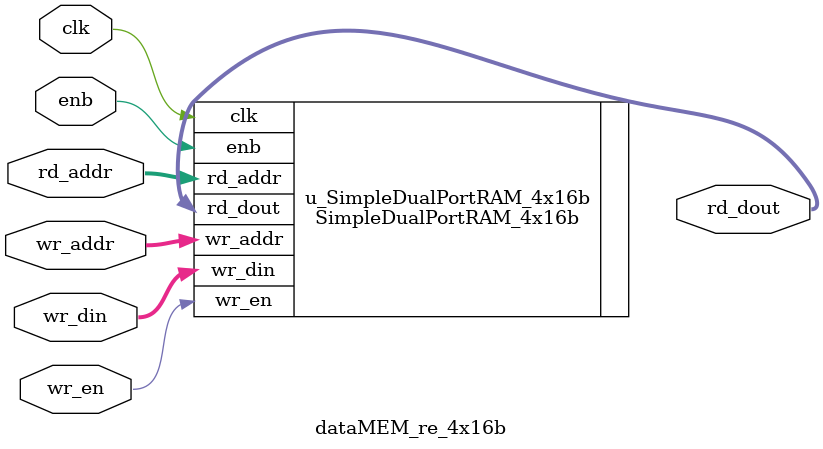
<source format=v>



`timescale 1 ns / 1 ns

module dataMEM_re_4x16b
          (
           clk,
           enb,
           wr_din,
           wr_addr,
           wr_en,
           rd_addr,
           rd_dout
          );


  input   clk;
  input   enb;
  input   signed [15:0] wr_din;  // sfix16
  input   [1:0] wr_addr;  // ufix2
  input   wr_en;  // ufix1
  input   [1:0] rd_addr;  // ufix2
  output  signed [15:0] rd_dout;  // sfix16




  SimpleDualPortRAM_4x16b   u_SimpleDualPortRAM_4x16b   (.clk(clk),
                                                         .enb(enb),
                                                         .wr_din(wr_din),  // sfix16
                                                         .wr_addr(wr_addr),  // ufix2
                                                         .wr_en(wr_en),  // ufix1
                                                         .rd_addr(rd_addr),  // ufix2
                                                         .rd_dout(rd_dout)  // sfix16
                                                         );

endmodule  // dataMEM_re_4x16b


</source>
